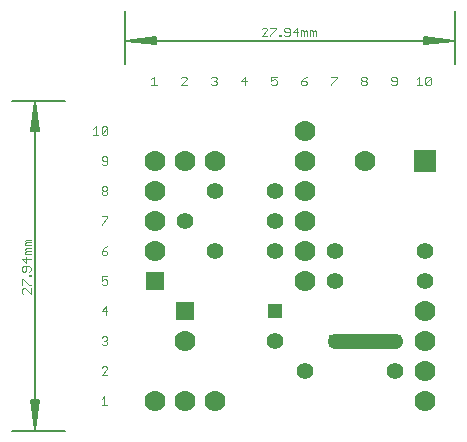
<source format=gtl>
G75*
%MOIN*%
%OFA0B0*%
%FSLAX25Y25*%
%IPPOS*%
%LPD*%
%AMOC8*
5,1,8,0,0,1.08239X$1,22.5*
%
%ADD10C,0.00300*%
%ADD11C,0.00512*%
%ADD12C,0.07000*%
%ADD13R,0.06300X0.06300*%
%ADD14C,0.05543*%
%ADD15R,0.04756X0.04756*%
%ADD16R,0.07500X0.07500*%
%ADD17C,0.05000*%
%ADD18R,0.03962X0.03962*%
D10*
X0031137Y0038887D02*
X0033072Y0038887D01*
X0032104Y0038887D02*
X0032104Y0041789D01*
X0031137Y0040822D01*
X0031137Y0048887D02*
X0033072Y0050822D01*
X0033072Y0051306D01*
X0032588Y0051789D01*
X0031620Y0051789D01*
X0031137Y0051306D01*
X0031137Y0048887D02*
X0033072Y0048887D01*
X0032588Y0058887D02*
X0031620Y0058887D01*
X0031137Y0059371D01*
X0032104Y0060338D02*
X0032588Y0060338D01*
X0033072Y0059854D01*
X0033072Y0059371D01*
X0032588Y0058887D01*
X0032588Y0060338D02*
X0033072Y0060822D01*
X0033072Y0061306D01*
X0032588Y0061789D01*
X0031620Y0061789D01*
X0031137Y0061306D01*
X0032588Y0068887D02*
X0032588Y0071789D01*
X0031137Y0070338D01*
X0033072Y0070338D01*
X0032588Y0078887D02*
X0031620Y0078887D01*
X0031137Y0079371D01*
X0031137Y0080338D02*
X0032104Y0080822D01*
X0032588Y0080822D01*
X0033072Y0080338D01*
X0033072Y0079371D01*
X0032588Y0078887D01*
X0031137Y0080338D02*
X0031137Y0081789D01*
X0033072Y0081789D01*
X0032588Y0088887D02*
X0033072Y0089371D01*
X0033072Y0089854D01*
X0032588Y0090338D01*
X0031137Y0090338D01*
X0031137Y0089371D01*
X0031620Y0088887D01*
X0032588Y0088887D01*
X0031137Y0090338D02*
X0032104Y0091306D01*
X0033072Y0091789D01*
X0031137Y0098887D02*
X0031137Y0099371D01*
X0033072Y0101306D01*
X0033072Y0101789D01*
X0031137Y0101789D01*
X0031620Y0108887D02*
X0031137Y0109371D01*
X0031137Y0109854D01*
X0031620Y0110338D01*
X0032588Y0110338D01*
X0033072Y0109854D01*
X0033072Y0109371D01*
X0032588Y0108887D01*
X0031620Y0108887D01*
X0031620Y0110338D02*
X0031137Y0110822D01*
X0031137Y0111306D01*
X0031620Y0111789D01*
X0032588Y0111789D01*
X0033072Y0111306D01*
X0033072Y0110822D01*
X0032588Y0110338D01*
X0032588Y0118887D02*
X0033072Y0119371D01*
X0033072Y0121306D01*
X0032588Y0121789D01*
X0031620Y0121789D01*
X0031137Y0121306D01*
X0031137Y0120822D01*
X0031620Y0120338D01*
X0033072Y0120338D01*
X0032588Y0118887D02*
X0031620Y0118887D01*
X0031137Y0119371D01*
X0031620Y0128887D02*
X0031137Y0129371D01*
X0033072Y0131306D01*
X0033072Y0129371D01*
X0032588Y0128887D01*
X0031620Y0128887D01*
X0031137Y0129371D02*
X0031137Y0131306D01*
X0031620Y0131789D01*
X0032588Y0131789D01*
X0033072Y0131306D01*
X0030125Y0128887D02*
X0028190Y0128887D01*
X0029158Y0128887D02*
X0029158Y0131789D01*
X0028190Y0130822D01*
X0047610Y0145487D02*
X0049545Y0145487D01*
X0048577Y0145487D02*
X0048577Y0148389D01*
X0047610Y0147422D01*
X0057610Y0147906D02*
X0058094Y0148389D01*
X0059061Y0148389D01*
X0059545Y0147906D01*
X0059545Y0147422D01*
X0057610Y0145487D01*
X0059545Y0145487D01*
X0067610Y0145971D02*
X0068094Y0145487D01*
X0069061Y0145487D01*
X0069545Y0145971D01*
X0069545Y0146454D01*
X0069061Y0146938D01*
X0068577Y0146938D01*
X0069061Y0146938D02*
X0069545Y0147422D01*
X0069545Y0147906D01*
X0069061Y0148389D01*
X0068094Y0148389D01*
X0067610Y0147906D01*
X0077610Y0146938D02*
X0079545Y0146938D01*
X0079061Y0145487D02*
X0079061Y0148389D01*
X0077610Y0146938D01*
X0087610Y0146938D02*
X0088577Y0147422D01*
X0089061Y0147422D01*
X0089545Y0146938D01*
X0089545Y0145971D01*
X0089061Y0145487D01*
X0088094Y0145487D01*
X0087610Y0145971D01*
X0087610Y0146938D02*
X0087610Y0148389D01*
X0089545Y0148389D01*
X0097610Y0146938D02*
X0099061Y0146938D01*
X0099545Y0146454D01*
X0099545Y0145971D01*
X0099061Y0145487D01*
X0098094Y0145487D01*
X0097610Y0145971D01*
X0097610Y0146938D01*
X0098577Y0147906D01*
X0099545Y0148389D01*
X0107610Y0148389D02*
X0109545Y0148389D01*
X0109545Y0147906D01*
X0107610Y0145971D01*
X0107610Y0145487D01*
X0117610Y0145971D02*
X0118094Y0145487D01*
X0119061Y0145487D01*
X0119545Y0145971D01*
X0119545Y0146454D01*
X0119061Y0146938D01*
X0118094Y0146938D01*
X0117610Y0147422D01*
X0117610Y0147906D01*
X0118094Y0148389D01*
X0119061Y0148389D01*
X0119545Y0147906D01*
X0119545Y0147422D01*
X0119061Y0146938D01*
X0118094Y0146938D02*
X0117610Y0146454D01*
X0117610Y0145971D01*
X0127610Y0145971D02*
X0128094Y0145487D01*
X0129061Y0145487D01*
X0129545Y0145971D01*
X0129545Y0147906D01*
X0129061Y0148389D01*
X0128094Y0148389D01*
X0127610Y0147906D01*
X0127610Y0147422D01*
X0128094Y0146938D01*
X0129545Y0146938D01*
X0136137Y0147422D02*
X0137104Y0148389D01*
X0137104Y0145487D01*
X0136137Y0145487D02*
X0138072Y0145487D01*
X0139083Y0145971D02*
X0141018Y0147906D01*
X0141018Y0145971D01*
X0140534Y0145487D01*
X0139567Y0145487D01*
X0139083Y0145971D01*
X0139083Y0147906D01*
X0139567Y0148389D01*
X0140534Y0148389D01*
X0141018Y0147906D01*
X0102648Y0161799D02*
X0102648Y0163250D01*
X0102164Y0163734D01*
X0101680Y0163250D01*
X0101680Y0161799D01*
X0100713Y0161799D02*
X0100713Y0163734D01*
X0101196Y0163734D01*
X0101680Y0163250D01*
X0099701Y0163250D02*
X0099701Y0161799D01*
X0098734Y0161799D02*
X0098734Y0163250D01*
X0099217Y0163734D01*
X0099701Y0163250D01*
X0098734Y0163250D02*
X0098250Y0163734D01*
X0097766Y0163734D01*
X0097766Y0161799D01*
X0096271Y0161799D02*
X0096271Y0164701D01*
X0094820Y0163250D01*
X0096755Y0163250D01*
X0093808Y0163250D02*
X0092357Y0163250D01*
X0091873Y0163734D01*
X0091873Y0164218D01*
X0092357Y0164701D01*
X0093324Y0164701D01*
X0093808Y0164218D01*
X0093808Y0162283D01*
X0093324Y0161799D01*
X0092357Y0161799D01*
X0091873Y0162283D01*
X0090884Y0162283D02*
X0090884Y0161799D01*
X0090400Y0161799D01*
X0090400Y0162283D01*
X0090884Y0162283D01*
X0089388Y0164218D02*
X0087453Y0162283D01*
X0087453Y0161799D01*
X0086442Y0161799D02*
X0084507Y0161799D01*
X0086442Y0163734D01*
X0086442Y0164218D01*
X0085958Y0164701D01*
X0084991Y0164701D01*
X0084507Y0164218D01*
X0087453Y0164701D02*
X0089388Y0164701D01*
X0089388Y0164218D01*
X0007471Y0094052D02*
X0006020Y0094052D01*
X0005536Y0093568D01*
X0006020Y0093084D01*
X0007471Y0093084D01*
X0007471Y0092117D02*
X0005536Y0092117D01*
X0005536Y0092600D01*
X0006020Y0093084D01*
X0006020Y0091105D02*
X0007471Y0091105D01*
X0007471Y0090138D02*
X0006020Y0090138D01*
X0005536Y0090621D01*
X0006020Y0091105D01*
X0006020Y0090138D02*
X0005536Y0089654D01*
X0005536Y0089170D01*
X0007471Y0089170D01*
X0007471Y0087675D02*
X0004569Y0087675D01*
X0006020Y0086224D01*
X0006020Y0088159D01*
X0006020Y0085212D02*
X0006020Y0083761D01*
X0005536Y0083277D01*
X0005053Y0083277D01*
X0004569Y0083761D01*
X0004569Y0084728D01*
X0005053Y0085212D01*
X0006988Y0085212D01*
X0007471Y0084728D01*
X0007471Y0083761D01*
X0006988Y0083277D01*
X0006988Y0082288D02*
X0007471Y0082288D01*
X0007471Y0081804D01*
X0006988Y0081804D01*
X0006988Y0082288D01*
X0005053Y0080792D02*
X0006988Y0078857D01*
X0007471Y0078857D01*
X0007471Y0077846D02*
X0007471Y0075911D01*
X0005536Y0077846D01*
X0005053Y0077846D01*
X0004569Y0077362D01*
X0004569Y0076395D01*
X0005053Y0075911D01*
X0004569Y0078857D02*
X0004569Y0080792D01*
X0005053Y0080792D01*
D11*
X0001256Y0030337D02*
X0018933Y0030337D01*
X0008933Y0030593D02*
X0009957Y0040573D01*
X0010190Y0040573D02*
X0008933Y0030593D01*
X0007909Y0040573D01*
X0007676Y0040573D02*
X0010190Y0040573D01*
X0009445Y0040573D02*
X0008933Y0030593D01*
X0008421Y0040573D01*
X0007676Y0040573D02*
X0008933Y0030593D01*
X0008933Y0140081D01*
X0009957Y0130101D01*
X0010190Y0130101D02*
X0008933Y0140081D01*
X0007909Y0130101D01*
X0007676Y0130101D02*
X0010190Y0130101D01*
X0009445Y0130101D02*
X0008933Y0140081D01*
X0008421Y0130101D01*
X0007676Y0130101D02*
X0008933Y0140081D01*
X0001256Y0140337D02*
X0018933Y0140337D01*
X0038933Y0152660D02*
X0038933Y0170337D01*
X0039189Y0160337D02*
X0049169Y0159313D01*
X0049169Y0159080D02*
X0039189Y0160337D01*
X0049169Y0161361D01*
X0049169Y0161594D02*
X0049169Y0159080D01*
X0049169Y0159825D02*
X0039189Y0160337D01*
X0049169Y0160849D01*
X0049169Y0161594D02*
X0039189Y0160337D01*
X0148677Y0160337D01*
X0138697Y0159313D01*
X0138697Y0159080D02*
X0148677Y0160337D01*
X0138697Y0161361D01*
X0138697Y0161594D02*
X0138697Y0159080D01*
X0138697Y0159825D02*
X0148677Y0160337D01*
X0138697Y0160849D01*
X0138697Y0161594D02*
X0148677Y0160337D01*
X0148933Y0152660D02*
X0148933Y0170337D01*
D12*
X0118933Y0120337D03*
X0098933Y0120337D03*
X0098933Y0130337D03*
X0098933Y0110337D03*
X0098933Y0100337D03*
X0098933Y0090337D03*
X0098933Y0080337D03*
X0068933Y0040337D03*
X0058933Y0040337D03*
X0048933Y0040337D03*
X0058933Y0060337D03*
X0048933Y0090337D03*
X0048933Y0100337D03*
X0048933Y0110337D03*
X0048933Y0120337D03*
X0058933Y0120337D03*
X0068933Y0120337D03*
X0138933Y0070337D03*
X0138933Y0060337D03*
X0138933Y0050337D03*
X0138933Y0040337D03*
D13*
X0058933Y0070337D03*
X0048933Y0080337D03*
D14*
X0058933Y0100337D03*
X0068933Y0090337D03*
X0068933Y0110337D03*
X0088933Y0110337D03*
X0088933Y0100337D03*
X0088933Y0090337D03*
X0108933Y0090337D03*
X0108933Y0080337D03*
X0088933Y0060337D03*
X0098933Y0050337D03*
X0128933Y0050337D03*
X0138933Y0080337D03*
X0138933Y0090337D03*
D15*
X0088933Y0070337D03*
D16*
X0138933Y0120337D03*
D17*
X0128933Y0060337D02*
X0108933Y0060337D01*
D18*
X0108933Y0060337D03*
X0128933Y0060337D03*
M02*

</source>
